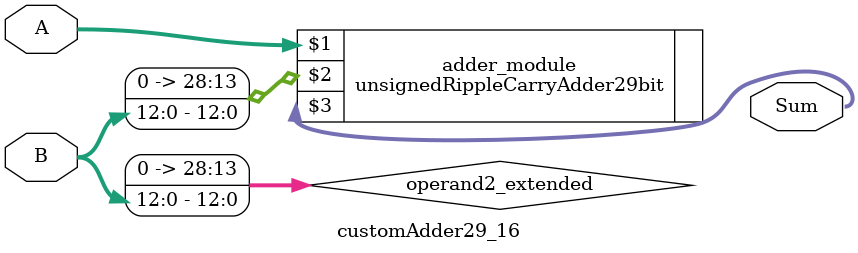
<source format=v>

module customAdder29_16(
                    input [28 : 0] A,
                    input [12 : 0] B,
                    
                    output [29 : 0] Sum
            );

    wire [28 : 0] operand2_extended;
    
    assign operand2_extended =  {16'b0, B};
    
    unsignedRippleCarryAdder29bit adder_module(
        A,
        operand2_extended,
        Sum
    );
    
endmodule
        
</source>
